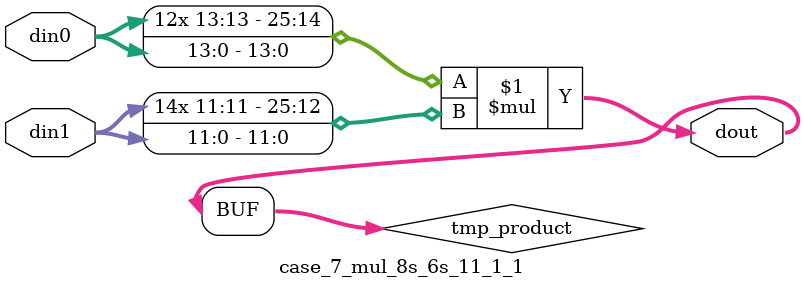
<source format=v>

`timescale 1 ns / 1 ps

 module case_7_mul_8s_6s_11_1_1(din0, din1, dout);
parameter ID = 1;
parameter NUM_STAGE = 0;
parameter din0_WIDTH = 14;
parameter din1_WIDTH = 12;
parameter dout_WIDTH = 26;

input [din0_WIDTH - 1 : 0] din0; 
input [din1_WIDTH - 1 : 0] din1; 
output [dout_WIDTH - 1 : 0] dout;

wire signed [dout_WIDTH - 1 : 0] tmp_product;



























assign tmp_product = $signed(din0) * $signed(din1);








assign dout = tmp_product;





















endmodule

</source>
